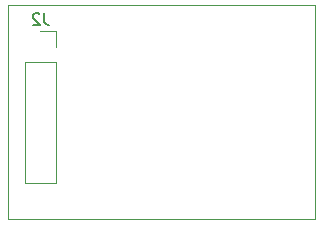
<source format=gbr>
%TF.GenerationSoftware,KiCad,Pcbnew,9.0.2*%
%TF.CreationDate,2025-07-15T11:24:56-07:00*%
%TF.ProjectId,PeakDetector_Breakout,5065616b-4465-4746-9563-746f725f4272,rev?*%
%TF.SameCoordinates,Original*%
%TF.FileFunction,Legend,Bot*%
%TF.FilePolarity,Positive*%
%FSLAX46Y46*%
G04 Gerber Fmt 4.6, Leading zero omitted, Abs format (unit mm)*
G04 Created by KiCad (PCBNEW 9.0.2) date 2025-07-15 11:24:56*
%MOMM*%
%LPD*%
G01*
G04 APERTURE LIST*
%ADD10C,0.150000*%
%ADD11C,0.120000*%
%TA.AperFunction,Profile*%
%ADD12C,0.050000*%
%TD*%
G04 APERTURE END LIST*
D10*
X133085333Y-86532819D02*
X133085333Y-87247104D01*
X133085333Y-87247104D02*
X133132952Y-87389961D01*
X133132952Y-87389961D02*
X133228190Y-87485200D01*
X133228190Y-87485200D02*
X133371047Y-87532819D01*
X133371047Y-87532819D02*
X133466285Y-87532819D01*
X132656761Y-86628057D02*
X132609142Y-86580438D01*
X132609142Y-86580438D02*
X132513904Y-86532819D01*
X132513904Y-86532819D02*
X132275809Y-86532819D01*
X132275809Y-86532819D02*
X132180571Y-86580438D01*
X132180571Y-86580438D02*
X132132952Y-86628057D01*
X132132952Y-86628057D02*
X132085333Y-86723295D01*
X132085333Y-86723295D02*
X132085333Y-86818533D01*
X132085333Y-86818533D02*
X132132952Y-86961390D01*
X132132952Y-86961390D02*
X132704380Y-87532819D01*
X132704380Y-87532819D02*
X132085333Y-87532819D01*
D11*
%TO.C,J2*%
X131422000Y-90678000D02*
X134082000Y-90678000D01*
X131422000Y-100898000D02*
X131422000Y-90678000D01*
X131422000Y-100898000D02*
X134082000Y-100898000D01*
X132752000Y-88078000D02*
X134082000Y-88078000D01*
X134082000Y-88078000D02*
X134082000Y-89408000D01*
X134082000Y-100898000D02*
X134082000Y-90678000D01*
%TD*%
D12*
X130000000Y-85852000D02*
X155956000Y-85852000D01*
X155956000Y-103992000D01*
X130000000Y-103992000D01*
X130000000Y-85852000D01*
M02*

</source>
